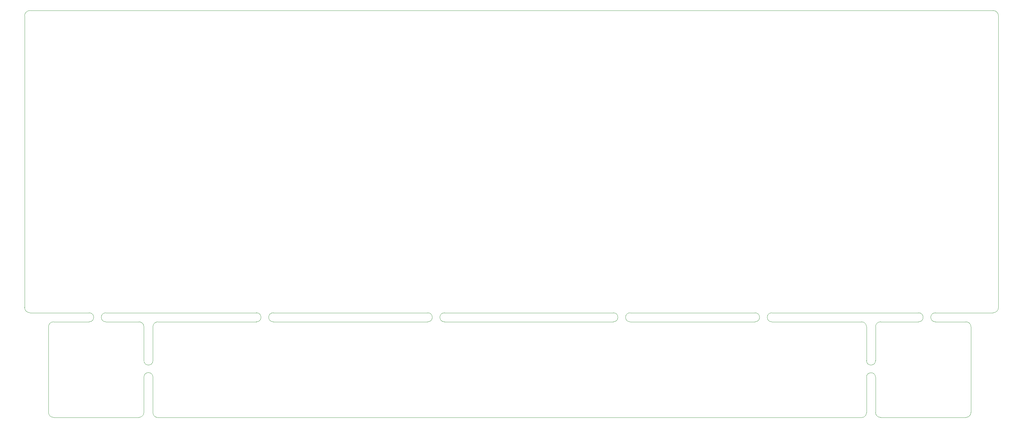
<source format=gbr>
G04 #@! TF.GenerationSoftware,KiCad,Pcbnew,(5.1.0)-1*
G04 #@! TF.CreationDate,2020-06-01T21:20:53-04:00*
G04 #@! TF.ProjectId,NixieAnalyzer,4e697869-6541-46e6-916c-797a65722e6b,rev?*
G04 #@! TF.SameCoordinates,Original*
G04 #@! TF.FileFunction,Paste,Top*
G04 #@! TF.FilePolarity,Positive*
%FSLAX46Y46*%
G04 Gerber Fmt 4.6, Leading zero omitted, Abs format (unit mm)*
G04 Created by KiCad (PCBNEW (5.1.0)-1) date 2020-06-01 21:20:53*
%MOMM*%
%LPD*%
G04 APERTURE LIST*
%ADD10C,0.120000*%
G04 APERTURE END LIST*
D10*
X318452500Y-174053500D02*
G75*
G02X320992500Y-174053500I1270000J0D01*
G01*
X320992500Y-169354500D02*
G75*
G02X318452500Y-169354500I-1270000J0D01*
G01*
X337820000Y-158432500D02*
G75*
G02X337820000Y-155892500I0J1270000D01*
G01*
X333121000Y-155892500D02*
G75*
G02X333121000Y-158432500I0J-1270000D01*
G01*
X291782500Y-158432500D02*
G75*
G02X291782500Y-155892500I0J1270000D01*
G01*
X287083500Y-155892500D02*
G75*
G02X287083500Y-158432500I0J-1270000D01*
G01*
X247205500Y-155892500D02*
G75*
G02X247205500Y-158432500I0J-1270000D01*
G01*
X251904500Y-158432500D02*
G75*
G02X251904500Y-155892500I0J1270000D01*
G01*
X115062000Y-174034000D02*
G75*
G02X117602000Y-174034000I1270000J44000D01*
G01*
X117602000Y-169354500D02*
G75*
G02X115062000Y-169354500I-1270000J0D01*
G01*
X99651000Y-155892500D02*
G75*
G02X99651000Y-158432500I0J-1270000D01*
G01*
X104330500Y-158432500D02*
G75*
G02X104330500Y-155892500I0J1270000D01*
G01*
X151447500Y-158432500D02*
G75*
G02X151447500Y-155892500I0J1270000D01*
G01*
X146748500Y-155892500D02*
G75*
G02X146748500Y-158432500I0J-1270000D01*
G01*
X199644000Y-158432500D02*
G75*
G02X199644000Y-155892500I0J1270000D01*
G01*
X194964500Y-155892500D02*
G75*
G02X194964500Y-158432500I0J-1270000D01*
G01*
X81470500Y-72263000D02*
G75*
G02X82994500Y-70739000I1524000J0D01*
G01*
X354076000Y-70739000D02*
G75*
G02X355600000Y-72263000I0J-1524000D01*
G01*
X355600000Y-154368500D02*
G75*
G02X354076000Y-155892500I-1524000J0D01*
G01*
X82994500Y-155892500D02*
G75*
G02X81470500Y-154368500I0J1524000D01*
G01*
X337820000Y-158432500D02*
X346456000Y-158432500D01*
X333121000Y-158432500D02*
X322389500Y-158432500D01*
X331343000Y-155892500D02*
X333121000Y-155892500D01*
X320992500Y-169354500D02*
X320992500Y-161905500D01*
X320992500Y-183959500D02*
X320992500Y-174053500D01*
X318452500Y-174053500D02*
X318452500Y-184023000D01*
X318452500Y-159829500D02*
X318452500Y-169354500D01*
X291782500Y-158432500D02*
X317055500Y-158432500D01*
X251904500Y-158432500D02*
X287083500Y-158432500D01*
X199644000Y-158432500D02*
X247205500Y-158432500D01*
X151447500Y-158432500D02*
X194964500Y-158432500D01*
X118999000Y-158432500D02*
X146748500Y-158432500D01*
X117602000Y-169354500D02*
X117602000Y-159829500D01*
X117602000Y-184023000D02*
X117602000Y-174034000D01*
X115062000Y-174034000D02*
X115062000Y-183959500D01*
X115062000Y-159829500D02*
X115062000Y-169354500D01*
X104330500Y-158432500D02*
X113665000Y-158432500D01*
X99651000Y-158432500D02*
X89598500Y-158432500D01*
X337820000Y-155892500D02*
X354076000Y-155892500D01*
X291782500Y-155892500D02*
X331343000Y-155892500D01*
X251904500Y-155892500D02*
X287083500Y-155892500D01*
X199644000Y-155892500D02*
X247205500Y-155892500D01*
X151447500Y-155892500D02*
X194964500Y-155892500D01*
X104330500Y-155892500D02*
X146748500Y-155892500D01*
X82994500Y-155892500D02*
X99651000Y-155892500D01*
X81470500Y-72263000D02*
X81470500Y-154368500D01*
X354076000Y-70739000D02*
X82994500Y-70739000D01*
X355600000Y-154368500D02*
X355600000Y-72263000D01*
X322389500Y-185356500D02*
X346456000Y-185356500D01*
X322389500Y-185356500D02*
G75*
G02X320992500Y-183959500I0J1397000D01*
G01*
X347853000Y-183959500D02*
G75*
G02X346456000Y-185356500I-1397000J0D01*
G01*
X346456000Y-158432500D02*
G75*
G02X347853000Y-159829500I0J-1397000D01*
G01*
X347853000Y-159829500D02*
X347853000Y-183959500D01*
X320992500Y-161905500D02*
X320992500Y-159829500D01*
X320992500Y-159829500D02*
G75*
G02X322389500Y-158432500I1397000J0D01*
G01*
X88201500Y-159829500D02*
G75*
G02X89598500Y-158432500I1397000J0D01*
G01*
X89598500Y-185356500D02*
G75*
G02X88201500Y-183959500I0J1397000D01*
G01*
X115062000Y-183959500D02*
G75*
G02X113665000Y-185356500I-1397000J0D01*
G01*
X113665000Y-158432500D02*
G75*
G02X115062000Y-159829500I0J-1397000D01*
G01*
X88201500Y-161925000D02*
X88201500Y-159829500D01*
X89598500Y-185356500D02*
X113665000Y-185356500D01*
X88201500Y-161925000D02*
X88201500Y-183959500D01*
X317055500Y-158432500D02*
G75*
G02X318452500Y-159829500I0J-1397000D01*
G01*
X318452500Y-184023000D02*
G75*
G02X317055500Y-185420000I-1397000J0D01*
G01*
X118999000Y-185420000D02*
G75*
G02X117602000Y-184023000I0J1397000D01*
G01*
X117602000Y-159829500D02*
G75*
G02X118999000Y-158432500I1397000J0D01*
G01*
X118999000Y-185420000D02*
X123444000Y-185420000D01*
X123444000Y-185420000D02*
X317055500Y-185420000D01*
M02*

</source>
